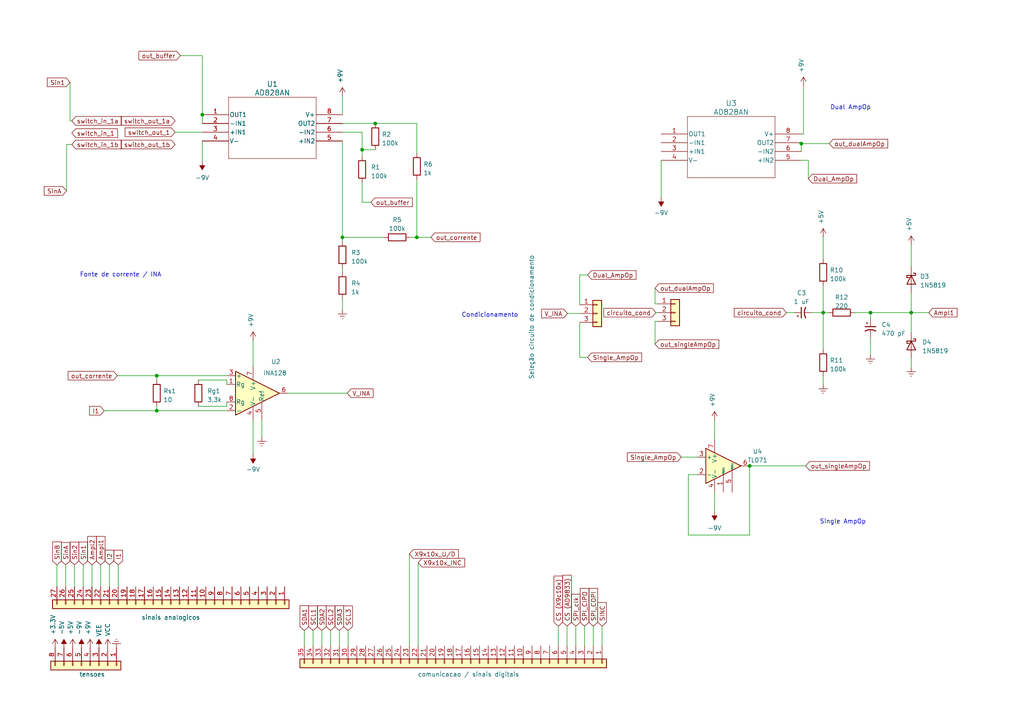
<source format=kicad_sch>
(kicad_sch (version 20230121) (generator eeschema)
  (paper "A4")
  (title_block (title "Barramento EITduino") (date "2023-04-11") (rev "v01") (company "EITduino") (comment 1 "Autor: Gustavo Pinheiro") (comment 2 "Barramento proposto para uma placa 90x100 mm") (comment 3 "placa de face simples"))
  (lib_symbols
    (symbol "2023-04-18_19-29-20:AD828AN" (pin_names (offset 0.254))
      (property "Reference" "U" (at 20.32 10.16 0))
      (property "Value" "AD828AN" (at 20.32 7.62 0))
      (symbol "AD828AN_0_1"
        (polyline (pts (xy 7.62 -12.7) (xy 33.02 -12.7)) (stroke (width 0.127)))
        (polyline (pts (xy 7.62 5.08) (xy 7.62 -12.7)) (stroke (width 0.127)))
        (polyline (pts (xy 33.02 -12.7) (xy 33.02 5.08)) (stroke (width 0.127)))
        (polyline (pts (xy 33.02 5.08) (xy 7.62 5.08)) (stroke (width 0.127)))
        (pin unspecified line (at 0 0 0) (length 7.62) (name "OUT1") (number "1"))
        (pin unspecified line (at 0 -2.54 0) (length 7.62) (name "-IN1") (number "2"))
        (pin unspecified line (at 0 -5.08 0) (length 7.62) (name "+IN1") (number "3"))
        (pin power_in line (at 0 -7.62 0) (length 7.62) (name "V-") (number "4"))
        (pin unspecified line (at 40.64 -7.62 180) (length 7.62) (name "+IN2") (number "5"))
        (pin unspecified line (at 40.64 -5.08 180) (length 7.62) (name "-IN2") (number "6"))
        (pin unspecified line (at 40.64 -2.54 180) (length 7.62) (name "OUT2") (number "7"))
        (pin power_in line (at 40.64 0 180) (length 7.62) (name "V+") (number "8"))
      )
    )
    (symbol "AD828AN:AD828AN" (pin_names (offset 0.254))
      (property "Reference" "U" (at 20.32 10.16 0))
      (property "Value" "AD828AN" (at 20.32 7.62 0))
      (symbol "AD828AN_0_1"
        (polyline (pts (xy 7.62 -12.7) (xy 33.02 -12.7)) (stroke (width 0.127)))
        (polyline (pts (xy 7.62 5.08) (xy 7.62 -12.7)) (stroke (width 0.127)))
        (polyline (pts (xy 33.02 -12.7) (xy 33.02 5.08)) (stroke (width 0.127)))
        (polyline (pts (xy 33.02 5.08) (xy 7.62 5.08)) (stroke (width 0.127)))
        (pin unspecified line (at 0 0 0) (length 7.62) (name "OUT1") (number "1"))
        (pin unspecified line (at 0 -2.54 0) (length 7.62) (name "-IN1") (number "2"))
        (pin unspecified line (at 0 -5.08 0) (length 7.62) (name "+IN1") (number "3"))
        (pin power_in line (at 0 -7.62 0) (length 7.62) (name "V-") (number "4"))
        (pin unspecified line (at 40.64 -7.62 180) (length 7.62) (name "+IN2") (number "5"))
        (pin unspecified line (at 40.64 -5.08 180) (length 7.62) (name "-IN2") (number "6"))
        (pin unspecified line (at 40.64 -2.54 180) (length 7.62) (name "OUT2") (number "7"))
        (pin power_in line (at 40.64 0 180) (length 7.62) (name "V+") (number "8"))
      )
    )
    (symbol "Amplifier_Instrumentation:INA128" (pin_names (offset 0.127))
      (property "Reference" "U" (at 3.81 3.175 0))
      (property "Value" "INA128" (at 3.81 -3.175 0))
      (symbol "INA128_0_1"
        (polyline (pts (xy 7.62 0) (xy -5.08 6.35) (xy -5.08 -6.35) (xy 7.62 0)) (stroke (width 0.254)) (fill (type background)))
      )
      (symbol "INA128_1_1"
        (pin passive line (at -7.62 2.54 0) (length 2.54) (name "Rg") (number "1"))
        (pin input line (at -7.62 -5.08 0) (length 2.54) (name "-") (number "2"))
        (pin input line (at -7.62 5.08 0) (length 2.54) (name "+") (number "3"))
        (pin power_in line (at 0 -7.62 90) (length 3.81) (name "V-") (number "4"))
        (pin input line (at 2.54 -7.62 90) (length 5.08) (name "Ref") (number "5"))
        (pin output line (at 10.16 0 180) (length 2.54) (name "~") (number "6"))
        (pin power_in line (at 0 7.62 270) (length 3.81) (name "V+") (number "7"))
        (pin passive line (at -7.62 -2.54 0) (length 2.54) (name "Rg") (number "8"))
      )
    )
    (symbol "Amplifier_Operational:TL071" (pin_names (offset 0.127))
      (property "Reference" "U" (at 0 6.35 0))
      (property "Value" "TL071" (at 0 3.81 0))
      (symbol "TL071_0_1"
        (polyline (pts (xy -5.08 5.08) (xy 5.08 0) (xy -5.08 -5.08) (xy -5.08 5.08)) (stroke (width 0.254)) (fill (type background)))
      )
      (symbol "TL071_1_1"
        (pin input line (at 0 -7.62 90) (length 5.08) (name "NULL") (number "1"))
        (pin input line (at -7.62 -2.54 0) (length 2.54) (name "-") (number "2"))
        (pin input line (at -7.62 2.54 0) (length 2.54) (name "+") (number "3"))
        (pin power_in line (at -2.54 -7.62 90) (length 3.81) (name "V-") (number "4"))
        (pin input line (at 2.54 -7.62 90) (length 6.35) (name "NULL") (number "5"))
        (pin output line (at 7.62 0 180) (length 2.54) (name "~") (number "6"))
        (pin power_in line (at -2.54 7.62 270) (length 3.81) (name "V+") (number "7"))
        (pin no_connect line (at 0 2.54 270) (length 2.54) hide (name "NC") (number "8"))
      )
    )
    (symbol "Connector_Generic:Conn_01x03" (pin_names (offset 1.016) hide)
      (property "Reference" "J" (at 0 5.08 0))
      (property "Value" "Conn_01x03" (at 0 -5.08 0))
      (symbol "Conn_01x03_1_1"
        (rectangle (start -1.27 -2.413) (end 0 -2.667) (stroke (width 0.1524)))
        (rectangle (start -1.27 0.127) (end 0 -0.127) (stroke (width 0.1524)))
        (rectangle (start -1.27 2.667) (end 0 2.413) (stroke (width 0.1524)))
        (rectangle (start -1.27 3.81) (end 1.27 -3.81) (stroke (width 0.254)) (fill (type background)))
        (pin passive line (at -5.08 2.54 0) (length 3.81) (name "Pin_1") (number "1"))
        (pin passive line (at -5.08 0 0) (length 3.81) (name "Pin_2") (number "2"))
        (pin passive line (at -5.08 -2.54 0) (length 3.81) (name "Pin_3") (number "3"))
      )
    )
    (symbol "Connector_Generic:Conn_01x08" (pin_names (offset 1.016) hide)
      (property "Reference" "J" (at 0 10.16 0))
      (property "Value" "Conn_01x08" (at 0 -12.7 0))
      (symbol "Conn_01x08_1_1"
        (rectangle (start -1.27 -10.033) (end 0 -10.287) (stroke (width 0.1524)))
        (rectangle (start -1.27 -7.493) (end 0 -7.747) (stroke (width 0.1524)))
        (rectangle (start -1.27 -4.953) (end 0 -5.207) (stroke (width 0.1524)))
        (rectangle (start -1.27 -2.413) (end 0 -2.667) (stroke (width 0.1524)))
        (rectangle (start -1.27 0.127) (end 0 -0.127) (stroke (width 0.1524)))
        (rectangle (start -1.27 2.667) (end 0 2.413) (stroke (width 0.1524)))
        (rectangle (start -1.27 5.207) (end 0 4.953) (stroke (width 0.1524)))
        (rectangle (start -1.27 7.747) (end 0 7.493) (stroke (width 0.1524)))
        (rectangle (start -1.27 8.89) (end 1.27 -11.43) (stroke (width 0.254)) (fill (type background)))
        (pin passive line (at -5.08 7.62 0) (length 3.81) (name "Pin_1") (number "1"))
        (pin passive line (at -5.08 5.08 0) (length 3.81) (name "Pin_2") (number "2"))
        (pin passive line (at -5.08 2.54 0) (length 3.81) (name "Pin_3") (number "3"))
        (pin passive line (at -5.08 0 0) (length 3.81) (name "Pin_4") (number "4"))
        (pin passive line (at -5.08 -2.54 0) (length 3.81) (name "Pin_5") (number "5"))
        (pin passive line (at -5.08 -5.08 0) (length 3.81) (name "Pin_6") (number "6"))
        (pin passive line (at -5.08 -7.62 0) (length 3.81) (name "Pin_7") (number "7"))
        (pin passive line (at -5.08 -10.16 0) (length 3.81) (name "Pin_8") (number "8"))
      )
    )
    (symbol "Connector_Generic:Conn_01x27" (pin_names (offset 1.016) hide)
      (property "Reference" "J" (at 0 35.56 0))
      (property "Value" "Conn_01x27" (at 0 -35.56 0))
      (symbol "Conn_01x27_1_1"
        (rectangle (start -1.27 -32.893) (end 0 -33.147) (stroke (width 0.1524)))
        (rectangle (start -1.27 -30.353) (end 0 -30.607) (stroke (width 0.1524)))
        (rectangle (start -1.27 -27.813) (end 0 -28.067) (stroke (width 0.1524)))
        (rectangle (start -1.27 -25.273) (end 0 -25.527) (stroke (width 0.1524)))
        (rectangle (start -1.27 -22.733) (end 0 -22.987) (stroke (width 0.1524)))
        (rectangle (start -1.27 -20.193) (end 0 -20.447) (stroke (width 0.1524)))
        (rectangle (start -1.27 -17.653) (end 0 -17.907) (stroke (width 0.1524)))
        (rectangle (start -1.27 -15.113) (end 0 -15.367) (stroke (width 0.1524)))
        (rectangle (start -1.27 -12.573) (end 0 -12.827) (stroke (width 0.1524)))
        (rectangle (start -1.27 -10.033) (end 0 -10.287) (stroke (width 0.1524)))
        (rectangle (start -1.27 -7.493) (end 0 -7.747) (stroke (width 0.1524)))
        (rectangle (start -1.27 -4.953) (end 0 -5.207) (stroke (width 0.1524)))
        (rectangle (start -1.27 -2.413) (end 0 -2.667) (stroke (width 0.1524)))
        (rectangle (start -1.27 0.127) (end 0 -0.127) (stroke (width 0.1524)))
        (rectangle (start -1.27 2.667) (end 0 2.413) (stroke (width 0.1524)))
        (rectangle (start -1.27 5.207) (end 0 4.953) (stroke (width 0.1524)))
        (rectangle (start -1.27 7.747) (end 0 7.493) (stroke (width 0.1524)))
        (rectangle (start -1.27 10.287) (end 0 10.033) (stroke (width 0.1524)))
        (rectangle (start -1.27 12.827) (end 0 12.573) (stroke (width 0.1524)))
        (rectangle (start -1.27 15.367) (end 0 15.113) (stroke (width 0.1524)))
        (rectangle (start -1.27 17.907) (end 0 17.653) (stroke (width 0.1524)))
        (rectangle (start -1.27 20.447) (end 0 20.193) (stroke (width 0.1524)))
        (rectangle (start -1.27 22.987) (end 0 22.733) (stroke (width 0.1524)))
        (rectangle (start -1.27 25.527) (end 0 25.273) (stroke (width 0.1524)))
        (rectangle (start -1.27 28.067) (end 0 27.813) (stroke (width 0.1524)))
        (rectangle (start -1.27 30.607) (end 0 30.353) (stroke (width 0.1524)))
        (rectangle (start -1.27 33.147) (end 0 32.893) (stroke (width 0.1524)))
        (rectangle (start -1.27 34.29) (end 1.27 -34.29) (stroke (width 0.254)) (fill (type background)))
        (pin passive line (at -5.08 33.02 0) (length 3.81) (name "Pin_1") (number "1"))
        (pin passive line (at -5.08 10.16 0) (length 3.81) (name "Pin_10") (number "10"))
        (pin passive line (at -5.08 7.62 0) (length 3.81) (name "Pin_11") (number "11"))
        (pin passive line (at -5.08 5.08 0) (length 3.81) (name "Pin_12") (number "12"))
        (pin passive line (at -5.08 2.54 0) (length 3.81) (name "Pin_13") (number "13"))
        (pin passive line (at -5.08 0 0) (length 3.81) (name "Pin_14") (number "14"))
        (pin passive line (at -5.08 -2.54 0) (length 3.81) (name "Pin_15") (number "15"))
        (pin passive line (at -5.08 -5.08 0) (length 3.81) (name "Pin_16") (number "16"))
        (pin passive line (at -5.08 -7.62 0) (length 3.81) (name "Pin_17") (number "17"))
        (pin passive line (at -5.08 -10.16 0) (length 3.81) (name "Pin_18") (number "18"))
        (pin passive line (at -5.08 -12.7 0) (length 3.81) (name "Pin_19") (number "19"))
        (pin passive line (at -5.08 30.48 0) (length 3.81) (name "Pin_2") (number "2"))
        (pin passive line (at -5.08 -15.24 0) (length 3.81) (name "Pin_20") (number "20"))
        (pin passive line (at -5.08 -17.78 0) (length 3.81) (name "Pin_21") (number "21"))
        (pin passive line (at -5.08 -20.32 0) (length 3.81) (name "Pin_22") (number "22"))
        (pin passive line (at -5.08 -22.86 0) (length 3.81) (name "Pin_23") (number "23"))
        (pin passive line (at -5.08 -25.4 0) (length 3.81) (name "Pin_24") (number "24"))
        (pin passive line (at -5.08 -27.94 0) (length 3.81) (name "Pin_25") (number "25"))
        (pin passive line (at -5.08 -30.48 0) (length 3.81) (name "Pin_26") (number "26"))
        (pin passive line (at -5.08 -33.02 0) (length 3.81) (name "Pin_27") (number "27"))
        (pin passive line (at -5.08 27.94 0) (length 3.81) (name "Pin_3") (number "3"))
        (pin passive line (at -5.08 25.4 0) (length 3.81) (name "Pin_4") (number "4"))
        (pin passive line (at -5.08 22.86 0) (length 3.81) (name "Pin_5") (number "5"))
        (pin passive line (at -5.08 20.32 0) (length 3.81) (name "Pin_6") (number "6"))
        (pin passive line (at -5.08 17.78 0) (length 3.81) (name "Pin_7") (number "7"))
        (pin passive line (at -5.08 15.24 0) (length 3.81) (name "Pin_8") (number "8"))
        (pin passive line (at -5.08 12.7 0) (length 3.81) (name "Pin_9") (number "9"))
      )
    )
    (symbol "Connector_Generic:Conn_01x35" (pin_names (offset 1.016) hide)
      (property "Reference" "J" (at 0 45.72 0))
      (property "Value" "Conn_01x35" (at 0 -45.72 0))
      (symbol "Conn_01x35_1_1"
        (rectangle (start -1.27 -43.053) (end 0 -43.307) (stroke (width 0.1524)))
        (rectangle (start -1.27 -40.513) (end 0 -40.767) (stroke (width 0.1524)))
        (rectangle (start -1.27 -37.973) (end 0 -38.227) (stroke (width 0.1524)))
        (rectangle (start -1.27 -35.433) (end 0 -35.687) (stroke (width 0.1524)))
        (rectangle (start -1.27 -32.893) (end 0 -33.147) (stroke (width 0.1524)))
        (rectangle (start -1.27 -30.353) (end 0 -30.607) (stroke (width 0.1524)))
        (rectangle (start -1.27 -27.813) (end 0 -28.067) (stroke (width 0.1524)))
        (rectangle (start -1.27 -25.273) (end 0 -25.527) (stroke (width 0.1524)))
        (rectangle (start -1.27 -22.733) (end 0 -22.987) (stroke (width 0.1524)))
        (rectangle (start -1.27 -20.193) (end 0 -20.447) (stroke (width 0.1524)))
        (rectangle (start -1.27 -17.653) (end 0 -17.907) (stroke (width 0.1524)))
        (rectangle (start -1.27 -15.113) (end 0 -15.367) (stroke (width 0.1524)))
        (rectangle (start -1.27 -12.573) (end 0 -12.827) (stroke (width 0.1524)))
        (rectangle (start -1.27 -10.033) (end 0 -10.287) (stroke (width 0.1524)))
        (rectangle (start -1.27 -7.493) (end 0 -7.747) (stroke (width 0.1524)))
        (rectangle (start -1.27 -4.953) (end 0 -5.207) (stroke (width 0.1524)))
        (rectangle (start -1.27 -2.413) (end 0 -2.667) (stroke (width 0.1524)))
        (rectangle (start -1.27 0.127) (end 0 -0.127) (stroke (width 0.1524)))
        (rectangle (start -1.27 2.667) (end 0 2.413) (stroke (width 0.1524)))
        (rectangle (start -1.27 5.207) (end 0 4.953) (stroke (width 0.1524)))
        (rectangle (start -1.27 7.747) (end 0 7.493) (stroke (width 0.1524)))
        (rectangle (start -1.27 10.287) (end 0 10.033) (stroke (width 0.1524)))
        (rectangle (start -1.27 12.827) (end 0 12.573) (stroke (width 0.1524)))
        (rectangle (start -1.27 15.367) (end 0 15.113) (stroke (width 0.1524)))
        (rectangle (start -1.27 17.907) (end 0 17.653) (stroke (width 0.1524)))
        (rectangle (start -1.27 20.447) (end 0 20.193) (stroke (width 0.1524)))
        (rectangle (start -1.27 22.987) (end 0 22.733) (stroke (width 0.1524)))
        (rectangle (start -1.27 25.527) (end 0 25.273) (stroke (width 0.1524)))
        (rectangle (start -1.27 28.067) (end 0 27.813) (stroke (width 0.1524)))
        (rectangle (start -1.27 30.607) (end 0 30.353) (stroke (width 0.1524)))
        (rectangle (start -1.27 33.147) (end 0 32.893) (stroke (width 0.1524)))
        (rectangle (start -1.27 35.687) (end 0 35.433) (stroke (width 0.1524)))
        (rectangle (start -1.27 38.227) (end 0 37.973) (stroke (width 0.1524)))
        (rectangle (start -1.27 40.767) (end 0 40.513) (stroke (width 0.1524)))
        (rectangle (start -1.27 43.307) (end 0 43.053) (stroke (width 0.1524)))
        (rectangle (start -1.27 44.45) (end 1.27 -44.45) (stroke (width 0.254)) (fill (type background)))
        (pin passive line (at -5.08 43.18 0) (length 3.81) (name "Pin_1") (number "1"))
        (pin passive line (at -5.08 20.32 0) (length 3.81) (name "Pin_10") (number "10"))
        (pin passive line (at -5.08 17.78 0) (length 3.81) (name "Pin_11") (number "11"))
        (pin passive line (at -5.08 15.24 0) (length 3.81) (name "Pin_12") (number "12"))
        (pin passive line (at -5.08 12.7 0) (length 3.81) (name "Pin_13") (number "13"))
        (pin passive line (at -5.08 10.16 0) (length 3.81) (name "Pin_14") (number "14"))
        (pin passive line (at -5.08 7.62 0) (length 3.81) (name "Pin_15") (number "15"))
        (pin passive line (at -5.08 5.08 0) (length 3.81) (name "Pin_16") (number "16"))
        (pin passive line (at -5.08 2.54 0) (length 3.81) (name "Pin_17") (number "17"))
        (pin passive line (at -5.08 0 0) (length 3.81) (name "Pin_18") (number "18"))
        (pin passive line (at -5.08 -2.54 0) (length 3.81) (name "Pin_19") (number "19"))
        (pin passive line (at -5.08 40.64 0) (length 3.81) (name "Pin_2") (number "2"))
        (pin passive line (at -5.08 -5.08 0) (length 3.81) (name "Pin_20") (number "20"))
        (pin passive line (at -5.08 -7.62 0) (length 3.81) (name "Pin_21") (number "21"))
        (pin passive line (at -5.08 -10.16 0) (length 3.81) (name "Pin_22") (number "22"))
        (pin passive line (at -5.08 -12.7 0) (length 3.81) (name "Pin_23") (number "23"))
        (pin passive line (at -5.08 -15.24 0) (length 3.81) (name "Pin_24") (number "24"))
        (pin passive line (at -5.08 -17.78 0) (length 3.81) (name "Pin_25") (number "25"))
        (pin passive line (at -5.08 -20.32 0) (length 3.81) (name "Pin_26") (number "26"))
        (pin passive line (at -5.08 -22.86 0) (length 3.81) (name "Pin_27") (number "27"))
        (pin passive line (at -5.08 -25.4 0) (length 3.81) (name "Pin_28") (number "28"))
        (pin passive line (at -5.08 -27.94 0) (length 3.81) (name "Pin_29") (number "29"))
        (pin passive line (at -5.08 38.1 0) (length 3.81) (name "Pin_3") (number "3"))
        (pin passive line (at -5.08 -30.48 0) (length 3.81) (name "Pin_30") (number "30"))
        (pin passive line (at -5.08 -33.02 0) (length 3.81) (name "Pin_31") (number "31"))
        (pin passive line (at -5.08 -35.56 0) (length 3.81) (name "Pin_32") (number "32"))
        (pin passive line (at -5.08 -38.1 0) (length 3.81) (name "Pin_33") (number "33"))
        (pin passive line (at -5.08 -40.64 0) (length 3.81) (name "Pin_34") (number "34"))
        (pin passive line (at -5.08 -43.18 0) (length 3.81) (name "Pin_35") (number "35"))
        (pin passive line (at -5.08 35.56 0) (length 3.81) (name "Pin_4") (number "4"))
        (pin passive line (at -5.08 33.02 0) (length 3.81) (name "Pin_5") (number "5"))
        (pin passive line (at -5.08 30.48 0) (length 3.81) (name "Pin_6") (number "6"))
        (pin passive line (at -5.08 27.94 0) (length 3.81) (name "Pin_7") (number "7"))
        (pin passive line (at -5.08 25.4 0) (length 3.81) (name "Pin_8") (number "8"))
        (pin passive line (at -5.08 22.86 0) (length 3.81) (name "Pin_9") (number "9"))
      )
    )
    (symbol "Device:C_Polarized_Small_US" (pin_numbers hide) (pin_names (offset 0.254) hide)
      (property "Reference" "C" (at 0.254 1.778 0))
      (property "Value" "C_Polarized_Small_US" (at 0.254 -2.032 0))
      (symbol "C_Polarized_Small_US_0_1"
        (polyline (pts (xy -1.524 0.508) (xy 1.524 0.508)) (stroke (width 0.3048)))
        (polyline (pts (xy -1.27 1.524) (xy -0.762 1.524)))
        (polyline (pts (xy -1.016 1.27) (xy -1.016 1.778)))
        (arc (start 1.524 -0.762) (mid 0 -0.3734) (end -1.524 -0.762) (stroke (width 0.3048)))
      )
      (symbol "C_Polarized_Small_US_1_1"
        (pin passive line (at 0 2.54 270) (length 2.032) (name "~") (number "1"))
        (pin passive line (at 0 -2.54 90) (length 2.032) (name "~") (number "2"))
      )
    )
    (symbol "Device:R" (pin_numbers hide) (pin_names (offset 0))
      (property "Reference" "R" (at 2.032 0 90))
      (property "Value" "R" (at 0 0 90))
      (symbol "R_0_1"
        (rectangle (start -1.016 -2.54) (end 1.016 2.54) (stroke (width 0.254)))
      )
      (symbol "R_1_1"
        (pin passive line (at 0 3.81 270) (length 1.27) (name "~") (number "1"))
        (pin passive line (at 0 -3.81 90) (length 1.27) (name "~") (number "2"))
      )
    )
    (symbol "Diode:1N5819" (pin_numbers hide) (pin_names (offset 1.016) hide)
      (property "Reference" "D" (at 0 2.54 0))
      (property "Value" "1N5819" (at 0 -2.54 0))
      (symbol "1N5819_0_1"
        (polyline (pts (xy 1.27 0) (xy -1.27 0)))
        (polyline (pts (xy 1.27 1.27) (xy 1.27 -1.27) (xy -1.27 0) (xy 1.27 1.27)) (stroke (width 0.254)))
        (polyline (pts (xy -1.905 0.635) (xy -1.905 1.27) (xy -1.27 1.27) (xy -1.27 -1.27) (xy -0.635 -1.27) (xy -0.635 -0.635)) (stroke (width 0.254)))
      )
      (symbol "1N5819_1_1"
        (pin passive line (at -3.81 0 0) (length 2.54) (name "K") (number "1"))
        (pin passive line (at 3.81 0 180) (length 2.54) (name "A") (number "2"))
      )
    )
    (symbol "power:+3.3V" (power) (pin_names (offset 0))
      (property "Value" "+3.3V" (at 0 3.556 0))
      (symbol "+3.3V_0_1"
        (polyline (pts (xy -0.762 1.27) (xy 0 2.54)))
        (polyline (pts (xy 0 0) (xy 0 2.54)))
        (polyline (pts (xy 0 2.54) (xy 0.762 1.27)))
      )
      (symbol "+3.3V_1_1"
        (pin power_in line (at 0 0 90) (length 0) hide (name "+3.3V") (number "1"))
      )
    )
    (symbol "power:+5V" (power) (pin_names (offset 0))
      (property "Value" "+5V" (at 0 3.556 0))
      (symbol "+5V_0_1"
        (polyline (pts (xy -0.762 1.27) (xy 0 2.54)))
        (polyline (pts (xy 0 0) (xy 0 2.54)))
        (polyline (pts (xy 0 2.54) (xy 0.762 1.27)))
      )
      (symbol "+5V_1_1"
        (pin power_in line (at 0 0 90) (length 0) hide (name "+5V") (number "1"))
      )
    )
    (symbol "power:+9V" (power) (pin_names (offset 0))
      (property "Value" "+9V" (at 0 3.556 0))
      (symbol "+9V_0_1"
        (polyline (pts (xy -0.762 1.27) (xy 0 2.54)))
        (polyline (pts (xy 0 0) (xy 0 2.54)))
        (polyline (pts (xy 0 2.54) (xy 0.762 1.27)))
      )
      (symbol "+9V_1_1"
        (pin power_in line (at 0 0 90) (length 0) hide (name "+9V") (number "1"))
      )
    )
    (symbol "power:-5V" (power) (pin_names (offset 0))
      (property "Value" "-5V" (at 0 3.81 0))
      (symbol "-5V_0_0"
        (pin power_in line (at 0 0 90) (length 0) hide (name "-5V") (number "1"))
      )
      (symbol "-5V_0_1"
        (polyline (pts (xy 0 0) (xy 0 1.27) (xy 0.762 1.27) (xy 0 2.54) (xy -0.762 1.27) (xy 0 1.27)) (fill (type outline)))
      )
    )
    (symbol "power:-9V" (power) (pin_names (offset 0))
      (property "Value" "-9V" (at 0 3.81 0))
      (symbol "-9V_0_1"
        (polyline (pts (xy 0 0) (xy 0 2.54)))
        (polyline (pts (xy 0.762 1.27) (xy -0.762 1.27) (xy 0 2.54) (xy 0.762 1.27)) (fill (type outline)))
      )
      (symbol "-9V_1_1"
        (pin power_in line (at 0 0 90) (length 0) hide (name "-9V") (number "1"))
      )
    )
    (symbol "power:Earth" (power) (pin_names (offset 0))
      (symbol "Earth_0_1"
        (polyline (pts (xy -0.635 -1.905) (xy 0.635 -1.905)))
        (polyline (pts (xy -0.127 -2.54) (xy 0.127 -2.54)))
        (polyline (pts (xy 0 -1.27) (xy 0 0)))
        (polyline (pts (xy 1.27 -1.27) (xy -1.27 -1.27)))
      )
      (symbol "Earth_1_1"
        (pin power_in line (at 0 0 270) (length 0) hide (name "Earth") (number "1"))
      )
    )
    (symbol "power:VCC" (power) (pin_names (offset 0))
      (property "Value" "VCC" (at 0 3.81 0))
      (symbol "VCC_0_1"
        (polyline (pts (xy -0.762 1.27) (xy 0 2.54)))
        (polyline (pts (xy 0 0) (xy 0 2.54)))
        (polyline (pts (xy 0 2.54) (xy 0.762 1.27)))
      )
      (symbol "VCC_1_1"
        (pin power_in line (at 0 0 90) (length 0) hide (name "VCC") (number "1"))
      )
    )
    (symbol "power:VEE" (power) (pin_names (offset 0))
      (property "Value" "VEE" (at 0 3.81 0))
      (symbol "VEE_0_1"
        (polyline (pts (xy 0 0) (xy 0 2.54)))
        (polyline (pts (xy 0.762 1.27) (xy -0.762 1.27) (xy 0 2.54) (xy 0.762 1.27)) (fill (type outline)))
      )
      (symbol "VEE_1_1"
        (pin power_in line (at 0 0 90) (length 0) hide (name "VEE") (number "1"))
      )
    )
  )
  (junction (at 264.287 90.678))
  (junction (at 45.466 119.126))
  (junction (at 105.029 43.434))
  (junction (at 252.476 90.678))
  (junction (at 120.904 68.834))
  (junction (at 232.41 41.656))
  (junction (at 238.76 90.678))
  (junction (at 99.314 68.834))
  (junction (at 217.424 135.128))
  (junction (at 45.466 108.966))
  (junction (at 58.674 33.274))
  (junction (at 108.839 35.814))
  (wire (pts (xy 172.085 181.61) (xy 172.085 187.325)))
  (wire (pts (xy 20.32 23.876) (xy 20.32 35.052)))
  (wire (pts (xy 189.992 88.138) (xy 190.754 88.138)))
  (wire (pts (xy 105.029 38.354) (xy 99.314 38.354)))
  (wire (pts (xy 19.05 163.83) (xy 19.05 170.18)))
  (wire (pts (xy 252.476 97.79) (xy 252.476 102.87)))
  (wire (pts (xy 24.13 163.83) (xy 24.13 170.18)))
  (wire (pts (xy 235.458 90.678) (xy 238.76 90.678)))
  (wire (pts (xy 164.592 90.932) (xy 168.148 90.932)))
  (wire (pts (xy 190.246 90.678) (xy 190.754 90.678)))
  (wire (pts (xy 228.092 90.678) (xy 230.378 90.678)))
  (wire (pts (xy 93.345 182.88) (xy 93.345 187.325)))
  (wire (pts (xy 16.51 163.83) (xy 16.51 170.18)))
  (wire (pts (xy 105.029 43.434) (xy 105.029 45.339)))
  (wire (pts (xy 99.314 68.834) (xy 99.314 70.104)))
  (wire (pts (xy 30.226 119.126) (xy 45.466 119.126)))
  (wire (pts (xy 90.805 182.88) (xy 90.805 187.325)))
  (wire (pts (xy 65.786 119.126) (xy 45.466 119.126)))
  (wire (pts (xy 264.287 84.963) (xy 264.287 90.678)))
  (wire (pts (xy 118.745 160.655) (xy 118.745 187.325)))
  (wire (pts (xy 99.314 35.814) (xy 108.839 35.814)))
  (wire (pts (xy 238.76 101.346) (xy 238.76 90.678)))
  (wire (pts (xy 120.904 35.814) (xy 120.904 44.45)))
  (wire (pts (xy 168.148 93.472) (xy 168.148 103.632)))
  (wire (pts (xy 217.424 155.194) (xy 199.644 155.194)))
  (wire (pts (xy 100.965 182.88) (xy 100.965 187.325)))
  (wire (pts (xy 75.946 121.666) (xy 75.946 126.746)))
  (wire (pts (xy 264.287 96.393) (xy 264.287 90.678)))
  (wire (pts (xy 264.287 104.013) (xy 264.287 106.553)))
  (wire (pts (xy 105.029 52.959) (xy 105.029 58.674)))
  (wire (pts (xy 264.287 90.678) (xy 269.367 90.678)))
  (wire (pts (xy 189.992 93.218) (xy 190.754 93.218)))
  (wire (pts (xy 65.786 117.856) (xy 65.786 116.586)))
  (wire (pts (xy 197.612 132.588) (xy 202.184 132.588)))
  (wire (pts (xy 73.406 121.666) (xy 73.406 131.826)))
  (wire (pts (xy 34.036 108.966) (xy 45.466 108.966)))
  (wire (pts (xy 199.644 137.668) (xy 202.184 137.668)))
  (wire (pts (xy 58.674 40.894) (xy 58.674 46.736)))
  (wire (pts (xy 164.465 181.61) (xy 164.465 187.325)))
  (wire (pts (xy 88.265 182.88) (xy 88.265 187.325)))
  (wire (pts (xy 121.285 163.195) (xy 121.285 187.325)))
  (wire (pts (xy 45.466 110.236) (xy 45.466 108.966)))
  (wire (pts (xy 191.77 46.482) (xy 191.77 57.277)))
  (wire (pts (xy 45.466 119.126) (xy 45.466 117.856)))
  (wire (pts (xy 83.566 114.046) (xy 100.711 114.046)))
  (wire (pts (xy 207.264 148.336) (xy 207.264 142.748)))
  (wire (pts (xy 29.21 163.83) (xy 29.21 170.18)))
  (wire (pts (xy 247.904 90.678) (xy 252.476 90.678)))
  (wire (pts (xy 189.992 99.822) (xy 189.992 93.218)))
  (wire (pts (xy 232.41 41.402) (xy 232.41 41.656)))
  (wire (pts (xy 58.674 33.274) (xy 58.674 35.814)))
  (wire (pts (xy 31.75 163.83) (xy 31.75 170.18)))
  (wire (pts (xy 161.925 181.61) (xy 161.925 187.325)))
  (wire (pts (xy 168.148 88.392) (xy 168.148 79.756)))
  (wire (pts (xy 57.531 117.856) (xy 65.786 117.856)))
  (wire (pts (xy 167.005 181.61) (xy 167.005 187.325)))
  (wire (pts (xy 189.992 83.566) (xy 189.992 88.138)))
  (wire (pts (xy 118.999 68.834) (xy 120.904 68.834)))
  (wire (pts (xy 120.904 68.834) (xy 124.968 68.834)))
  (wire (pts (xy 95.885 182.88) (xy 95.885 187.325)))
  (wire (pts (xy 57.531 110.236) (xy 65.786 110.236)))
  (wire (pts (xy 207.264 121.92) (xy 207.264 127.508)))
  (wire (pts (xy 73.406 98.806) (xy 73.406 106.426)))
  (wire (pts (xy 19.304 55.372) (xy 19.304 41.91)))
  (wire (pts (xy 21.59 163.83) (xy 21.59 170.18)))
  (wire (pts (xy 105.029 38.354) (xy 105.029 43.434)))
  (wire (pts (xy 234.442 51.816) (xy 234.442 46.482)))
  (wire (pts (xy 238.76 68.834) (xy 238.76 75.184)))
  (wire (pts (xy 234.442 46.482) (xy 232.41 46.482)))
  (wire (pts (xy 108.839 35.814) (xy 120.904 35.814)))
  (wire (pts (xy 20.32 35.052) (xy 20.828 35.052)))
  (wire (pts (xy 174.625 181.61) (xy 174.625 187.325)))
  (wire (pts (xy 238.76 82.804) (xy 238.76 90.678)))
  (wire (pts (xy 99.314 77.724) (xy 99.314 78.994)))
  (wire (pts (xy 65.786 110.236) (xy 65.786 111.506)))
  (wire (pts (xy 252.476 90.678) (xy 252.476 92.71)))
  (wire (pts (xy 58.674 16.129) (xy 58.674 33.274)))
  (wire (pts (xy 168.148 103.632) (xy 170.434 103.632)))
  (wire (pts (xy 169.545 181.61) (xy 169.545 187.325)))
  (wire (pts (xy 99.314 89.789) (xy 99.314 86.614)))
  (wire (pts (xy 50.8 38.354) (xy 58.674 38.354)))
  (wire (pts (xy 120.904 52.07) (xy 120.904 68.834)))
  (wire (pts (xy 99.314 27.94) (xy 99.314 33.274)))
  (wire (pts (xy 199.644 155.194) (xy 199.644 137.668)))
  (wire (pts (xy 232.41 41.656) (xy 232.41 43.942)))
  (wire (pts (xy 252.476 90.678) (xy 264.287 90.678)))
  (wire (pts (xy 217.424 135.128) (xy 217.424 155.194)))
  (wire (pts (xy 52.324 16.129) (xy 58.674 16.129)))
  (wire (pts (xy 98.425 182.88) (xy 98.425 187.325)))
  (wire (pts (xy 238.76 108.966) (xy 238.76 111.506)))
  (wire (pts (xy 240.538 41.656) (xy 232.41 41.656)))
  (wire (pts (xy 99.314 40.894) (xy 99.314 68.834)))
  (wire (pts (xy 168.148 79.756) (xy 170.434 79.756)))
  (wire (pts (xy 45.466 108.966) (xy 65.786 108.966)))
  (wire (pts (xy 233.68 135.128) (xy 217.424 135.128)))
  (wire (pts (xy 238.76 90.678) (xy 240.284 90.678)))
  (wire (pts (xy 34.29 163.83) (xy 34.29 170.18)))
  (wire (pts (xy 19.304 41.91) (xy 20.828 41.91)))
  (wire (pts (xy 105.029 58.674) (xy 107.569 58.674)))
  (wire (pts (xy 233.045 24.892) (xy 233.045 38.862)))
  (wire (pts (xy 111.379 68.834) (xy 99.314 68.834)))
  (wire (pts (xy 26.67 163.83) (xy 26.67 170.18)))
  (wire (pts (xy 105.029 43.434) (xy 108.839 43.434)))
  (wire (pts (xy 233.045 38.862) (xy 232.41 38.862)))
  (wire (pts (xy 264.287 70.993) (xy 264.287 77.343)))
  (text "Fonte de corrente / INA\n" (at 23.114 80.518 0) (effects (font (size 1.27 1.27)) (justify left bottom)))
  (text "Single AmpOp\n" (at 237.744 152.146 0) (effects (font (size 1.27 1.27)) (justify left bottom)))
  (text "Condicionamento\n" (at 133.858 92.202 0) (effects (font (size 1.27 1.27)) (justify left bottom)))
  (text "Dual AmpOp\n" (at 240.792 32.004 0) (effects (font (size 1.27 1.27)) (justify left bottom)))
  (global_label "SCL2" (shape input) (at 95.885 182.88 90) (property "Intersheetrefs" "${INTERSHEET_REFS}" (effects hide)))
  (global_label "switch_in_1b" (shape input) (at 20.828 41.91 0) (property "Intersheetrefs" "${INTERSHEET_REFS}" (effects hide)))
  (global_label "SPI_CIPO" (shape input) (at 169.545 181.61 90) (property "Intersheetrefs" "${INTERSHEET_REFS}" (effects hide)))
  (global_label "out_dualAmpOp" (shape input) (at 189.992 83.566 0) (property "Intersheetrefs" "${INTERSHEET_REFS}" (effects hide)))
  (global_label "SinA" (shape input) (at 19.304 55.372 180) (property "Intersheetrefs" "${INTERSHEET_REFS}" (effects hide)))
  (global_label "out_dualAmpOp" (shape input) (at 240.538 41.656 0) (property "Intersheetrefs" "${INTERSHEET_REFS}" (effects hide)))
  (global_label "out_singleAmpOp" (shape input) (at 233.68 135.128 0) (property "Intersheetrefs" "${INTERSHEET_REFS}" (effects hide)))
  (global_label "switch_out_1" (shape input) (at 50.8 38.354 180) (property "Intersheetrefs" "${INTERSHEET_REFS}" (effects hide)))
  (global_label "SPI_COPI" (shape input) (at 172.085 181.61 90) (property "Intersheetrefs" "${INTERSHEET_REFS}" (effects hide)))
  (global_label "Ampl1" (shape input) (at 269.367 90.678 0) (property "Intersheetrefs" "${INTERSHEET_REFS}" (effects hide)))
  (global_label "circuito_cond" (shape input) (at 228.092 90.678 180) (property "Intersheetrefs" "${INTERSHEET_REFS}" (effects hide)))
  (global_label "switch_in_1a" (shape input) (at 20.828 35.052 0) (property "Intersheetrefs" "${INTERSHEET_REFS}" (effects hide)))
  (global_label "Ampl1" (shape input) (at 29.21 163.83 90) (property "Intersheetrefs" "${INTERSHEET_REFS}" (effects hide)))
  (global_label "SDA1" (shape input) (at 88.265 182.88 90) (property "Intersheetrefs" "${INTERSHEET_REFS}" (effects hide)))
  (global_label "Ampl2" (shape input) (at 26.67 163.83 90) (property "Intersheetrefs" "${INTERSHEET_REFS}" (effects hide)))
  (global_label "Sin1" (shape input) (at 24.13 163.83 90) (property "Intersheetrefs" "${INTERSHEET_REFS}" (effects hide)))
  (global_label "switch_out_1b" (shape input) (at 50.8 41.91 180) (property "Intersheetrefs" "${INTERSHEET_REFS}" (effects hide)))
  (global_label "Dual_AmpOp" (shape input) (at 170.434 79.756 0) (property "Intersheetrefs" "${INTERSHEET_REFS}" (effects hide)))
  (global_label "Sin2" (shape input) (at 21.59 163.83 90) (property "Intersheetrefs" "${INTERSHEET_REFS}" (effects hide)))
  (global_label "out_corrente" (shape input) (at 34.036 108.966 180) (property "Intersheetrefs" "${INTERSHEET_REFS}" (effects hide)))
  (global_label "I2" (shape input) (at 31.75 163.83 90) (property "Intersheetrefs" "${INTERSHEET_REFS}" (effects hide)))
  (global_label "SDA3" (shape input) (at 98.425 182.88 90) (property "Intersheetrefs" "${INTERSHEET_REFS}" (effects hide)))
  (global_label "V_INA" (shape input) (at 100.711 114.046 0) (property "Intersheetrefs" "${INTERSHEET_REFS}" (effects hide)))
  (global_label "switch_out_1a" (shape input) (at 50.8 35.052 180) (property "Intersheetrefs" "${INTERSHEET_REFS}" (effects hide)))
  (global_label "I1" (shape input) (at 34.29 163.83 90) (property "Intersheetrefs" "${INTERSHEET_REFS}" (effects hide)))
  (global_label "out_singleAmpOp" (shape input) (at 189.992 99.822 0) (property "Intersheetrefs" "${INTERSHEET_REFS}" (effects hide)))
  (global_label "Sin1" (shape input) (at 20.32 23.876 180) (property "Intersheetrefs" "${INTERSHEET_REFS}" (effects hide)))
  (global_label "X9x10x_INC" (shape input) (at 121.285 163.195 0) (property "Intersheetrefs" "${INTERSHEET_REFS}" (effects hide)))
  (global_label "CS (X9c10x)" (shape input) (at 161.925 181.61 90) (property "Intersheetrefs" "${INTERSHEET_REFS}" (effects hide)))
  (global_label "SCL1" (shape input) (at 90.805 182.88 90) (property "Intersheetrefs" "${INTERSHEET_REFS}" (effects hide)))
  (global_label "SINC" (shape input) (at 174.625 181.61 90) (property "Intersheetrefs" "${INTERSHEET_REFS}" (effects hide)))
  (global_label "switch_in_1" (shape input) (at 20.828 38.608 0) (property "Intersheetrefs" "${INTERSHEET_REFS}" (effects hide)))
  (global_label "V_INA" (shape input) (at 164.592 90.932 180) (property "Intersheetrefs" "${INTERSHEET_REFS}" (effects hide)))
  (global_label "I1" (shape input) (at 30.226 119.126 180) (property "Intersheetrefs" "${INTERSHEET_REFS}" (effects hide)))
  (global_label "out_buffer" (shape input) (at 52.324 16.129 180) (property "Intersheetrefs" "${INTERSHEET_REFS}" (effects hide)))
  (global_label "circuito_cond" (shape input) (at 190.246 90.678 180) (property "Intersheetrefs" "${INTERSHEET_REFS}" (effects hide)))
  (global_label "SCL3" (shape input) (at 100.965 182.88 90) (property "Intersheetrefs" "${INTERSHEET_REFS}" (effects hide)))
  (global_label "Dual_AmpOp" (shape input) (at 234.442 51.816 0) (property "Intersheetrefs" "${INTERSHEET_REFS}" (effects hide)))
  (global_label "CS (AD9833)" (shape input) (at 164.465 181.61 90) (property "Intersheetrefs" "${INTERSHEET_REFS}" (effects hide)))
  (global_label "SinB" (shape input) (at 16.51 163.83 90) (property "Intersheetrefs" "${INTERSHEET_REFS}" (effects hide)))
  (global_label "Single_AmpOp" (shape input) (at 197.612 132.588 180) (property "Intersheetrefs" "${INTERSHEET_REFS}" (effects hide)))
  (global_label "out_corrente" (shape input) (at 124.968 68.834 0) (property "Intersheetrefs" "${INTERSHEET_REFS}" (effects hide)))
  (global_label "SinA" (shape input) (at 19.05 163.83 90) (property "Intersheetrefs" "${INTERSHEET_REFS}" (effects hide)))
  (global_label "SDA2" (shape input) (at 93.345 182.88 90) (property "Intersheetrefs" "${INTERSHEET_REFS}" (effects hide)))
  (global_label "Single_AmpOp" (shape input) (at 170.434 103.632 0) (property "Intersheetrefs" "${INTERSHEET_REFS}" (effects hide)))
  (global_label "X9x10x_U{slash}D" (shape input) (at 118.745 160.655 0) (property "Intersheetrefs" "${INTERSHEET_REFS}" (effects hide)))
  (global_label "out_buffer" (shape input) (at 107.569 58.674 0) (property "Intersheetrefs" "${INTERSHEET_REFS}" (effects hide)))
  (global_label "SPI_clk" (shape input) (at 167.005 181.61 90) (property "Intersheetrefs" "${INTERSHEET_REFS}" (effects hide)))
  (symbol (lib_id "Device:R") (at 99.314 82.804 0) (unit 1)
    (property "Reference" "R4" (at 101.854 82.169 0) (effects (justify left)))
    (property "Value" "1k" (at 101.854 84.709 0) (effects (justify left)))
    (property "Footprint" "Resistor_THT:R_Axial_DIN0207_L6.3mm_D2.5mm_P7.62mm_Horizontal" (effects hide))
  )
  (symbol (lib_id "power:VCC") (at 31.242 187.96 0) (unit 1)
    (property "Reference" "#PWR04" (effects hide))
    (property "Value" "VCC" (at 31.242 182.626 90))
  )
  (symbol (lib_id "power:-9V") (at 58.674 46.736 180) (unit 1)
    (property "Reference" "#PWR02" (effects hide))
    (property "Value" "-9V" (at 58.674 51.562 0))
  )
  (symbol (lib_id "Device:R") (at 105.029 49.149 0) (unit 1)
    (property "Reference" "R1" (at 107.569 48.514 0) (effects (justify left)))
    (property "Value" "100k" (at 107.569 51.054 0) (effects (justify left)))
    (property "Footprint" "Resistor_THT:R_Axial_DIN0207_L6.3mm_D2.5mm_P7.62mm_Horizontal" (effects hide))
  )
  (symbol (lib_id "power:+3.3V") (at 16.002 187.96 0) (unit 1)
    (property "Reference" "#PWR041" (effects hide))
    (property "Value" "+3.3V" (at 15.367 184.15 90) (effects (justify left)))
  )
  (symbol (lib_id "power:Earth") (at 99.314 89.789 0) (unit 1)
    (property "Reference" "#PWR03" (effects hide))
    (property "Value" "Earth" (effects hide))
  )
  (symbol (lib_id "power:VEE") (at 28.702 187.96 0) (unit 1)
    (property "Reference" "#PWR08" (effects hide))
    (property "Value" "VEE" (at 28.702 182.88 90))
  )
  (symbol (lib_id "AD828AN:AD828AN") (at 191.77 38.862 0) (unit 1)
    (property "Reference" "U3" (at 212.09 29.972 0) (effects (font (size 1.524 1.524))))
    (property "Value" "AD828AN" (at 212.09 32.512 0) (effects (font (size 1.524 1.524))))
    (property "Footprint" "N_8_ADI" (effects hide))
    (property "Datasheet" "AD828AN" (effects hide))
  )
  (symbol (lib_id "Amplifier_Instrumentation:INA128") (at 73.406 114.046 0) (unit 1)
    (property "Reference" "U2" (at 80.01 104.902 0))
    (property "Value" "INA128" (at 79.756 108.204 0))
    (property "Footprint" "Package_DIP:DIP-8_W7.62mm" (effects hide))
    (property "Datasheet" "http://www.ti.com/lit/ds/symlink/ina128.pdf" (effects hide))
  )
  (symbol (lib_id "Connector_Generic:Conn_01x27") (at 49.53 175.26 270) (unit 1)
    (property "Reference" "J3" (effects hide))
    (property "Value" "sinais analogicos" (at 49.53 179.07 90))
    (property "Footprint" "Connector_PinHeader_2.54mm:PinHeader_1x27_P2.54mm_Vertical" (effects hide))
  )
  (symbol (lib_id "Device:C_Polarized_Small_US") (at 232.918 90.678 90) (unit 1)
    (property "Reference" "C3" (at 232.4862 84.963 90))
    (property "Value" "1 uF" (at 232.4862 87.503 90))
  )
  (symbol (lib_id "Device:R") (at 57.531 114.046 0) (unit 1)
    (property "Reference" "Rg1" (at 60.071 113.411 0) (effects (justify left)))
    (property "Value" "3,3k" (at 60.071 115.951 0) (effects (justify left)))
    (property "Footprint" "Resistor_THT:R_Axial_DIN0207_L6.3mm_D2.5mm_P7.62mm_Horizontal" (effects hide))
  )
  (symbol (lib_id "Device:R") (at 45.466 114.046 0) (unit 1)
    (property "Reference" "Rs1" (at 47.371 113.411 0) (effects (justify left)))
    (property "Value" "10" (at 47.371 115.951 0) (effects (justify left)))
    (property "Footprint" "Resistor_THT:R_Axial_DIN0207_L6.3mm_D2.5mm_P7.62mm_Horizontal" (effects hide))
  )
  (symbol (lib_id "Connector_Generic:Conn_01x08") (at 26.162 193.04 270) (unit 1)
    (property "Reference" "J2" (effects hide))
    (property "Value" "tensoes" (at 22.987 195.58 90) (effects (justify left)))
    (property "Footprint" "Connector_PinHeader_2.54mm:PinHeader_1x08_P2.54mm_Vertical" (effects hide))
  )
  (symbol (lib_id "Amplifier_Operational:TL071") (at 209.804 135.128 0) (unit 1)
    (property "Reference" "U4" (at 219.71 130.9371 0))
    (property "Value" "TL071" (at 219.71 133.4771 0))
    (property "Footprint" "digikey-footprints:DIP-8_W7.62mm" (effects hide))
    (property "Datasheet" "http://www.ti.com/lit/ds/symlink/tl071.pdf" (effects hide))
  )
  (symbol (lib_id "power:-5V") (at 18.542 187.96 0) (unit 1)
    (property "Reference" "#PWR040" (effects hide))
    (property "Value" "-5V" (at 17.907 184.15 90) (effects (justify left)))
  )
  (symbol (lib_id "power:-9V") (at 23.622 187.96 0) (unit 1)
    (property "Reference" "#PWR038" (effects hide))
    (property "Value" "-9V" (at 22.987 184.15 90) (effects (justify left)))
  )
  (symbol (lib_id "power:+9V") (at 99.314 27.94 0) (unit 1)
    (property "Reference" "#PWR01" (effects hide))
    (property "Value" "+9V" (at 98.679 24.13 90) (effects (justify left)))
  )
  (symbol (lib_id "power:Earth") (at 33.782 187.96 180) (unit 1)
    (property "Reference" "#PWR034" (effects hide))
    (property "Value" "Earth" (effects hide))
  )
  (symbol (lib_id "power:+5V") (at 21.082 187.96 0) (unit 1)
    (property "Reference" "#PWR039" (effects hide))
    (property "Value" "+5V" (at 20.447 184.15 90) (effects (justify left)))
  )
  (symbol (lib_id "power:-9V") (at 207.264 148.336 180) (unit 1)
    (property "Reference" "#PWR010" (effects hide))
    (property "Value" "-9V" (at 207.264 153.162 0))
  )
  (symbol (lib_id "Connector_Generic:Conn_01x35") (at 131.445 192.405 270) (unit 1)
    (property "Reference" "J4" (effects hide))
    (property "Value" "comunicacao / sinais digitais" (at 135.89 195.58 90))
    (property "Footprint" "Connector_PinHeader_2.54mm:PinHeader_1x35_P2.54mm_Vertical" (effects hide))
  )
  (symbol (lib_id "Device:R") (at 244.094 90.678 90) (unit 1)
    (property "Reference" "R12" (at 244.094 86.233 90))
    (property "Value" "220" (at 244.094 88.773 90))
  )
  (symbol (lib_id "2023-04-18_19-29-20:AD828AN") (at 58.674 33.274 0) (unit 1)
    (property "Reference" "U1" (at 78.994 24.384 0) (effects (font (size 1.524 1.524))))
    (property "Value" "AD828AN" (at 78.994 26.924 0) (effects (font (size 1.524 1.524))))
    (property "Footprint" "AD828:N_8_ADI" (effects hide))
    (property "Datasheet" "AD828AN" (effects hide))
  )
  (symbol (lib_id "Device:R") (at 238.76 105.156 0) (unit 1)
    (property "Reference" "R11" (at 240.665 104.521 0) (effects (justify left)))
    (property "Value" "100k" (at 240.665 107.061 0) (effects (justify left)))
  )
  (symbol (lib_id "power:+9V") (at 73.406 98.806 0) (unit 1)
    (property "Reference" "#PWR07" (effects hide))
    (property "Value" "+9V" (at 72.771 94.996 90) (effects (justify left)))
  )
  (symbol (lib_id "power:-9V") (at 73.406 131.826 180) (unit 1)
    (property "Reference" "#PWR05" (effects hide))
    (property "Value" "-9V" (at 73.406 136.144 0))
  )
  (symbol (lib_id "Device:R") (at 115.189 68.834 90) (unit 1)
    (property "Reference" "R5" (at 115.189 63.754 90))
    (property "Value" "100k" (at 115.189 66.294 90))
    (property "Footprint" "Resistor_THT:R_Axial_DIN0207_L6.3mm_D2.5mm_P7.62mm_Horizontal" (effects hide))
  )
  (symbol (lib_id "power:+9V") (at 26.162 187.96 0) (unit 1)
    (property "Reference" "#PWR037" (effects hide))
    (property "Value" "+9V" (at 25.527 184.15 90) (effects (justify left)))
  )
  (symbol (lib_id "power:+9V") (at 207.264 121.92 0) (unit 1)
    (property "Reference" "#PWR09" (effects hide))
    (property "Value" "+9V" (at 206.629 118.11 90) (effects (justify left)))
  )
  (symbol (lib_id "power:+9V") (at 233.045 24.892 0) (unit 1)
    (property "Reference" "#PWR015" (effects hide))
    (property "Value" "+9V" (at 232.41 21.082 90) (effects (justify left)))
  )
  (symbol (lib_id "Device:C_Polarized_Small_US") (at 252.476 95.25 0) (unit 1)
    (property "Reference" "C4" (at 255.651 94.1832 0) (effects (justify left)))
    (property "Value" "470 pF" (at 255.651 96.7232 0) (effects (justify left)))
  )
  (symbol (lib_id "power:+5V") (at 238.76 68.834 0) (unit 1)
    (property "Reference" "#PWR016" (effects hide))
    (property "Value" "+5V" (at 238.125 65.024 90) (effects (justify left)))
  )
  (symbol (lib_id "Diode:1N5819") (at 264.287 81.153 270) (unit 1)
    (property "Reference" "D3" (at 266.827 80.2005 90) (effects (justify left)))
    (property "Value" "1N5819" (at 266.827 82.7405 90) (effects (justify left)))
    (property "Footprint" "Diode_THT:D_DO-41_SOD81_P10.16mm_Horizontal" (effects hide))
    (property "Datasheet" "http://www.vishay.com/docs/88525/1n5817.pdf" (effects hide))
  )
  (symbol (lib_id "Connector_Generic:Conn_01x03") (at 195.834 90.678 0) (unit 1)
    (property "Reference" "J6" (effects hide))
    (property "Value" "Conn_01x03" (effects hide))
  )
  (symbol (lib_id "Device:R") (at 120.904 48.26 0) (unit 1)
    (property "Reference" "R6" (at 122.809 47.625 0) (effects (justify left)))
    (property "Value" "1k" (at 122.809 50.165 0) (effects (justify left)))
    (property "Footprint" "Resistor_THT:R_Axial_DIN0207_L6.3mm_D2.5mm_P7.62mm_Horizontal" (effects hide))
  )
  (symbol (lib_id "power:-9V") (at 191.77 57.277 180) (unit 1)
    (property "Reference" "#PWR014" (effects hide))
    (property "Value" "-9V" (at 191.77 61.722 0))
  )
  (symbol (lib_id "power:Earth") (at 75.946 126.746 0) (unit 1)
    (property "Reference" "#PWR06" (effects hide))
    (property "Value" "Earth" (effects hide))
  )
  (symbol (lib_id "Device:R") (at 238.76 78.994 0) (unit 1)
    (property "Reference" "R10" (at 240.665 78.359 0) (effects (justify left)))
    (property "Value" "100k" (at 240.665 80.899 0) (effects (justify left)))
  )
  (symbol (lib_id "power:Earth") (at 252.476 102.87 0) (unit 1)
    (property "Reference" "#PWR018" (effects hide))
    (property "Value" "Earth" (effects hide))
  )
  (symbol (lib_id "Device:R") (at 108.839 39.624 180) (unit 1)
    (property "Reference" "R2" (at 110.744 38.989 0) (effects (justify right)))
    (property "Value" "100k" (at 110.744 41.529 0) (effects (justify right)))
    (property "Footprint" "Resistor_THT:R_Axial_DIN0207_L6.3mm_D2.5mm_P7.62mm_Horizontal" (effects hide))
  )
  (symbol (lib_id "power:+5V") (at 264.287 70.993 0) (unit 1)
    (property "Reference" "#PWR019" (effects hide))
    (property "Value" "+5V" (at 263.652 67.183 90) (effects (justify left)))
  )
  (symbol (lib_id "Connector_Generic:Conn_01x03") (at 173.228 90.932 0) (unit 1)
    (property "Reference" "J5" (effects hide))
    (property "Value" "Seleção circuito de condicionamento" (at 154.178 109.982 90) (effects (justify left)))
  )
  (symbol (lib_id "Diode:1N5819") (at 264.287 100.203 270) (unit 1)
    (property "Reference" "D4" (at 267.462 99.2505 90) (effects (justify left)))
    (property "Value" "1N5819" (at 267.462 101.7905 90) (effects (justify left)))
    (property "Footprint" "Diode_THT:D_DO-41_SOD81_P10.16mm_Horizontal" (effects hide))
    (property "Datasheet" "http://www.vishay.com/docs/88525/1n5817.pdf" (effects hide))
  )
  (symbol (lib_id "Device:R") (at 99.314 73.914 0) (unit 1)
    (property "Reference" "R3" (at 101.854 73.279 0) (effects (justify left)))
    (property "Value" "100k" (at 101.854 75.819 0) (effects (justify left)))
    (property "Footprint" "Resistor_THT:R_Axial_DIN0207_L6.3mm_D2.5mm_P7.62mm_Horizontal" (effects hide))
  )
  (symbol (lib_id "power:Earth") (at 238.76 111.506 0) (unit 1)
    (property "Reference" "#PWR017" (effects hide))
    (property "Value" "Earth" (effects hide))
  )
  (symbol (lib_id "power:Earth") (at 264.287 106.553 0) (unit 1)
    (property "Reference" "#PWR020" (effects hide))
    (property "Value" "Earth" (effects hide))
  )
)
</source>
